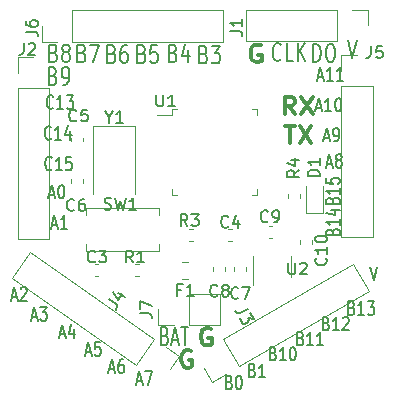
<source format=gbr>
%TF.GenerationSoftware,KiCad,Pcbnew,(5.1.6)-1*%
%TF.CreationDate,2020-11-24T16:57:48+08:00*%
%TF.ProjectId,BCG_mini_c8t6,4243475f-6d69-46e6-995f-633874362e6b,rev?*%
%TF.SameCoordinates,Original*%
%TF.FileFunction,Legend,Top*%
%TF.FilePolarity,Positive*%
%FSLAX46Y46*%
G04 Gerber Fmt 4.6, Leading zero omitted, Abs format (unit mm)*
G04 Created by KiCad (PCBNEW (5.1.6)-1) date 2020-11-24 16:57:48*
%MOMM*%
%LPD*%
G01*
G04 APERTURE LIST*
%ADD10C,0.300000*%
%ADD11C,0.203200*%
%ADD12C,0.150000*%
%ADD13C,0.120000*%
G04 APERTURE END LIST*
D10*
X135927257Y-117766400D02*
X135784400Y-117694971D01*
X135570114Y-117694971D01*
X135355828Y-117766400D01*
X135212971Y-117909257D01*
X135141542Y-118052114D01*
X135070114Y-118337828D01*
X135070114Y-118552114D01*
X135141542Y-118837828D01*
X135212971Y-118980685D01*
X135355828Y-119123542D01*
X135570114Y-119194971D01*
X135712971Y-119194971D01*
X135927257Y-119123542D01*
X135998685Y-119052114D01*
X135998685Y-118552114D01*
X135712971Y-118552114D01*
D11*
X151087666Y-110632421D02*
X151384000Y-111775421D01*
X151680333Y-110632421D01*
D10*
X144733200Y-97757371D02*
X144233200Y-97043085D01*
X143876057Y-97757371D02*
X143876057Y-96257371D01*
X144447485Y-96257371D01*
X144590342Y-96328800D01*
X144661771Y-96400228D01*
X144733200Y-96543085D01*
X144733200Y-96757371D01*
X144661771Y-96900228D01*
X144590342Y-96971657D01*
X144447485Y-97043085D01*
X143876057Y-97043085D01*
X145233200Y-96257371D02*
X146233200Y-97757371D01*
X146233200Y-96257371D02*
X145233200Y-97757371D01*
X143891142Y-98695771D02*
X144748285Y-98695771D01*
X144319714Y-100195771D02*
X144319714Y-98695771D01*
X145105428Y-98695771D02*
X146105428Y-100195771D01*
X146105428Y-98695771D02*
X145105428Y-100195771D01*
D12*
X133729504Y-116478857D02*
X133872361Y-116550285D01*
X133919980Y-116621714D01*
X133967600Y-116764571D01*
X133967600Y-116978857D01*
X133919980Y-117121714D01*
X133872361Y-117193142D01*
X133777123Y-117264571D01*
X133396171Y-117264571D01*
X133396171Y-115764571D01*
X133729504Y-115764571D01*
X133824742Y-115836000D01*
X133872361Y-115907428D01*
X133919980Y-116050285D01*
X133919980Y-116193142D01*
X133872361Y-116336000D01*
X133824742Y-116407428D01*
X133729504Y-116478857D01*
X133396171Y-116478857D01*
X134348552Y-116836000D02*
X134824742Y-116836000D01*
X134253314Y-117264571D02*
X134586647Y-115764571D01*
X134919980Y-117264571D01*
X135110457Y-115764571D02*
X135681885Y-115764571D01*
X135396171Y-117264571D02*
X135396171Y-115764571D01*
D10*
X137603657Y-115886800D02*
X137460800Y-115815371D01*
X137246514Y-115815371D01*
X137032228Y-115886800D01*
X136889371Y-116029657D01*
X136817942Y-116172514D01*
X136746514Y-116458228D01*
X136746514Y-116672514D01*
X136817942Y-116958228D01*
X136889371Y-117101085D01*
X137032228Y-117243942D01*
X137246514Y-117315371D01*
X137389371Y-117315371D01*
X137603657Y-117243942D01*
X137675085Y-117172514D01*
X137675085Y-116672514D01*
X137389371Y-116672514D01*
D11*
X146668066Y-94576900D02*
X147091400Y-94576900D01*
X146583400Y-94903471D02*
X146879733Y-93760471D01*
X147176066Y-94903471D01*
X147938066Y-94903471D02*
X147430066Y-94903471D01*
X147684066Y-94903471D02*
X147684066Y-93760471D01*
X147599400Y-93923757D01*
X147514733Y-94032614D01*
X147430066Y-94087042D01*
X148784733Y-94903471D02*
X148276733Y-94903471D01*
X148530733Y-94903471D02*
X148530733Y-93760471D01*
X148446066Y-93923757D01*
X148361400Y-94032614D01*
X148276733Y-94087042D01*
X146515666Y-97167700D02*
X146939000Y-97167700D01*
X146431000Y-97494271D02*
X146727333Y-96351271D01*
X147023666Y-97494271D01*
X147785666Y-97494271D02*
X147277666Y-97494271D01*
X147531666Y-97494271D02*
X147531666Y-96351271D01*
X147447000Y-96514557D01*
X147362333Y-96623414D01*
X147277666Y-96677842D01*
X148336000Y-96351271D02*
X148420666Y-96351271D01*
X148505333Y-96405700D01*
X148547666Y-96460128D01*
X148590000Y-96568985D01*
X148632333Y-96786700D01*
X148632333Y-97058842D01*
X148590000Y-97276557D01*
X148547666Y-97385414D01*
X148505333Y-97439842D01*
X148420666Y-97494271D01*
X148336000Y-97494271D01*
X148251333Y-97439842D01*
X148209000Y-97385414D01*
X148166666Y-97276557D01*
X148124333Y-97058842D01*
X148124333Y-96786700D01*
X148166666Y-96568985D01*
X148209000Y-96460128D01*
X148251333Y-96405700D01*
X148336000Y-96351271D01*
X147193000Y-99707700D02*
X147616333Y-99707700D01*
X147108333Y-100034271D02*
X147404666Y-98891271D01*
X147701000Y-100034271D01*
X148039666Y-100034271D02*
X148209000Y-100034271D01*
X148293666Y-99979842D01*
X148336000Y-99925414D01*
X148420666Y-99762128D01*
X148463000Y-99544414D01*
X148463000Y-99108985D01*
X148420666Y-99000128D01*
X148378333Y-98945700D01*
X148293666Y-98891271D01*
X148124333Y-98891271D01*
X148039666Y-98945700D01*
X147997333Y-99000128D01*
X147955000Y-99108985D01*
X147955000Y-99381128D01*
X147997333Y-99489985D01*
X148039666Y-99544414D01*
X148124333Y-99598842D01*
X148293666Y-99598842D01*
X148378333Y-99544414D01*
X148420666Y-99489985D01*
X148463000Y-99381128D01*
X147396200Y-101942900D02*
X147819533Y-101942900D01*
X147311533Y-102269471D02*
X147607866Y-101126471D01*
X147904200Y-102269471D01*
X148327533Y-101616328D02*
X148242866Y-101561900D01*
X148200533Y-101507471D01*
X148158200Y-101398614D01*
X148158200Y-101344185D01*
X148200533Y-101235328D01*
X148242866Y-101180900D01*
X148327533Y-101126471D01*
X148496866Y-101126471D01*
X148581533Y-101180900D01*
X148623866Y-101235328D01*
X148666200Y-101344185D01*
X148666200Y-101398614D01*
X148623866Y-101507471D01*
X148581533Y-101561900D01*
X148496866Y-101616328D01*
X148327533Y-101616328D01*
X148242866Y-101670757D01*
X148200533Y-101725185D01*
X148158200Y-101834042D01*
X148158200Y-102051757D01*
X148200533Y-102160614D01*
X148242866Y-102215042D01*
X148327533Y-102269471D01*
X148496866Y-102269471D01*
X148581533Y-102215042D01*
X148623866Y-102160614D01*
X148666200Y-102051757D01*
X148666200Y-101834042D01*
X148623866Y-101725185D01*
X148581533Y-101670757D01*
X148496866Y-101616328D01*
X147905107Y-105024766D02*
X147959535Y-104897766D01*
X148013964Y-104855433D01*
X148122821Y-104813100D01*
X148286107Y-104813100D01*
X148394964Y-104855433D01*
X148449392Y-104897766D01*
X148503821Y-104982433D01*
X148503821Y-105321100D01*
X147360821Y-105321100D01*
X147360821Y-105024766D01*
X147415250Y-104940100D01*
X147469678Y-104897766D01*
X147578535Y-104855433D01*
X147687392Y-104855433D01*
X147796250Y-104897766D01*
X147850678Y-104940100D01*
X147905107Y-105024766D01*
X147905107Y-105321100D01*
X148503821Y-103966433D02*
X148503821Y-104474433D01*
X148503821Y-104220433D02*
X147360821Y-104220433D01*
X147524107Y-104305100D01*
X147632964Y-104389766D01*
X147687392Y-104474433D01*
X147360821Y-103162100D02*
X147360821Y-103585433D01*
X147905107Y-103627766D01*
X147850678Y-103585433D01*
X147796250Y-103500766D01*
X147796250Y-103289100D01*
X147850678Y-103204433D01*
X147905107Y-103162100D01*
X148013964Y-103119766D01*
X148286107Y-103119766D01*
X148394964Y-103162100D01*
X148449392Y-103204433D01*
X148503821Y-103289100D01*
X148503821Y-103500766D01*
X148449392Y-103585433D01*
X148394964Y-103627766D01*
X147905107Y-107666366D02*
X147959535Y-107539366D01*
X148013964Y-107497033D01*
X148122821Y-107454700D01*
X148286107Y-107454700D01*
X148394964Y-107497033D01*
X148449392Y-107539366D01*
X148503821Y-107624033D01*
X148503821Y-107962700D01*
X147360821Y-107962700D01*
X147360821Y-107666366D01*
X147415250Y-107581700D01*
X147469678Y-107539366D01*
X147578535Y-107497033D01*
X147687392Y-107497033D01*
X147796250Y-107539366D01*
X147850678Y-107581700D01*
X147905107Y-107666366D01*
X147905107Y-107962700D01*
X148503821Y-106608033D02*
X148503821Y-107116033D01*
X148503821Y-106862033D02*
X147360821Y-106862033D01*
X147524107Y-106946700D01*
X147632964Y-107031366D01*
X147687392Y-107116033D01*
X147741821Y-105846033D02*
X148503821Y-105846033D01*
X147306392Y-106057700D02*
X148122821Y-106269366D01*
X148122821Y-105719033D01*
X149534033Y-114123107D02*
X149661033Y-114177535D01*
X149703366Y-114231964D01*
X149745700Y-114340821D01*
X149745700Y-114504107D01*
X149703366Y-114612964D01*
X149661033Y-114667392D01*
X149576366Y-114721821D01*
X149237700Y-114721821D01*
X149237700Y-113578821D01*
X149534033Y-113578821D01*
X149618700Y-113633250D01*
X149661033Y-113687678D01*
X149703366Y-113796535D01*
X149703366Y-113905392D01*
X149661033Y-114014250D01*
X149618700Y-114068678D01*
X149534033Y-114123107D01*
X149237700Y-114123107D01*
X150592366Y-114721821D02*
X150084366Y-114721821D01*
X150338366Y-114721821D02*
X150338366Y-113578821D01*
X150253700Y-113742107D01*
X150169033Y-113850964D01*
X150084366Y-113905392D01*
X150888700Y-113578821D02*
X151439033Y-113578821D01*
X151142700Y-114014250D01*
X151269700Y-114014250D01*
X151354366Y-114068678D01*
X151396700Y-114123107D01*
X151439033Y-114231964D01*
X151439033Y-114504107D01*
X151396700Y-114612964D01*
X151354366Y-114667392D01*
X151269700Y-114721821D01*
X151015700Y-114721821D01*
X150931033Y-114667392D01*
X150888700Y-114612964D01*
X147349633Y-115443907D02*
X147476633Y-115498335D01*
X147518966Y-115552764D01*
X147561300Y-115661621D01*
X147561300Y-115824907D01*
X147518966Y-115933764D01*
X147476633Y-115988192D01*
X147391966Y-116042621D01*
X147053300Y-116042621D01*
X147053300Y-114899621D01*
X147349633Y-114899621D01*
X147434300Y-114954050D01*
X147476633Y-115008478D01*
X147518966Y-115117335D01*
X147518966Y-115226192D01*
X147476633Y-115335050D01*
X147434300Y-115389478D01*
X147349633Y-115443907D01*
X147053300Y-115443907D01*
X148407966Y-116042621D02*
X147899966Y-116042621D01*
X148153966Y-116042621D02*
X148153966Y-114899621D01*
X148069300Y-115062907D01*
X147984633Y-115171764D01*
X147899966Y-115226192D01*
X148746633Y-115008478D02*
X148788966Y-114954050D01*
X148873633Y-114899621D01*
X149085300Y-114899621D01*
X149169966Y-114954050D01*
X149212300Y-115008478D01*
X149254633Y-115117335D01*
X149254633Y-115226192D01*
X149212300Y-115389478D01*
X148704300Y-116042621D01*
X149254633Y-116042621D01*
X145216033Y-116713907D02*
X145343033Y-116768335D01*
X145385366Y-116822764D01*
X145427700Y-116931621D01*
X145427700Y-117094907D01*
X145385366Y-117203764D01*
X145343033Y-117258192D01*
X145258366Y-117312621D01*
X144919700Y-117312621D01*
X144919700Y-116169621D01*
X145216033Y-116169621D01*
X145300700Y-116224050D01*
X145343033Y-116278478D01*
X145385366Y-116387335D01*
X145385366Y-116496192D01*
X145343033Y-116605050D01*
X145300700Y-116659478D01*
X145216033Y-116713907D01*
X144919700Y-116713907D01*
X146274366Y-117312621D02*
X145766366Y-117312621D01*
X146020366Y-117312621D02*
X146020366Y-116169621D01*
X145935700Y-116332907D01*
X145851033Y-116441764D01*
X145766366Y-116496192D01*
X147121033Y-117312621D02*
X146613033Y-117312621D01*
X146867033Y-117312621D02*
X146867033Y-116169621D01*
X146782366Y-116332907D01*
X146697700Y-116441764D01*
X146613033Y-116496192D01*
X142879233Y-117983907D02*
X143006233Y-118038335D01*
X143048566Y-118092764D01*
X143090900Y-118201621D01*
X143090900Y-118364907D01*
X143048566Y-118473764D01*
X143006233Y-118528192D01*
X142921566Y-118582621D01*
X142582900Y-118582621D01*
X142582900Y-117439621D01*
X142879233Y-117439621D01*
X142963900Y-117494050D01*
X143006233Y-117548478D01*
X143048566Y-117657335D01*
X143048566Y-117766192D01*
X143006233Y-117875050D01*
X142963900Y-117929478D01*
X142879233Y-117983907D01*
X142582900Y-117983907D01*
X143937566Y-118582621D02*
X143429566Y-118582621D01*
X143683566Y-118582621D02*
X143683566Y-117439621D01*
X143598900Y-117602907D01*
X143514233Y-117711764D01*
X143429566Y-117766192D01*
X144487900Y-117439621D02*
X144572566Y-117439621D01*
X144657233Y-117494050D01*
X144699566Y-117548478D01*
X144741900Y-117657335D01*
X144784233Y-117875050D01*
X144784233Y-118147192D01*
X144741900Y-118364907D01*
X144699566Y-118473764D01*
X144657233Y-118528192D01*
X144572566Y-118582621D01*
X144487900Y-118582621D01*
X144403233Y-118528192D01*
X144360900Y-118473764D01*
X144318566Y-118364907D01*
X144276233Y-118147192D01*
X144276233Y-117875050D01*
X144318566Y-117657335D01*
X144360900Y-117548478D01*
X144403233Y-117494050D01*
X144487900Y-117439621D01*
X141118166Y-119406307D02*
X141245166Y-119460735D01*
X141287500Y-119515164D01*
X141329833Y-119624021D01*
X141329833Y-119787307D01*
X141287500Y-119896164D01*
X141245166Y-119950592D01*
X141160500Y-120005021D01*
X140821833Y-120005021D01*
X140821833Y-118862021D01*
X141118166Y-118862021D01*
X141202833Y-118916450D01*
X141245166Y-118970878D01*
X141287500Y-119079735D01*
X141287500Y-119188592D01*
X141245166Y-119297450D01*
X141202833Y-119351878D01*
X141118166Y-119406307D01*
X140821833Y-119406307D01*
X142176500Y-120005021D02*
X141668500Y-120005021D01*
X141922500Y-120005021D02*
X141922500Y-118862021D01*
X141837833Y-119025307D01*
X141753166Y-119134164D01*
X141668500Y-119188592D01*
X139136966Y-120422307D02*
X139263966Y-120476735D01*
X139306300Y-120531164D01*
X139348633Y-120640021D01*
X139348633Y-120803307D01*
X139306300Y-120912164D01*
X139263966Y-120966592D01*
X139179300Y-121021021D01*
X138840633Y-121021021D01*
X138840633Y-119878021D01*
X139136966Y-119878021D01*
X139221633Y-119932450D01*
X139263966Y-119986878D01*
X139306300Y-120095735D01*
X139306300Y-120204592D01*
X139263966Y-120313450D01*
X139221633Y-120367878D01*
X139136966Y-120422307D01*
X138840633Y-120422307D01*
X139898966Y-119878021D02*
X139983633Y-119878021D01*
X140068300Y-119932450D01*
X140110633Y-119986878D01*
X140152966Y-120095735D01*
X140195300Y-120313450D01*
X140195300Y-120585592D01*
X140152966Y-120803307D01*
X140110633Y-120912164D01*
X140068300Y-120966592D01*
X139983633Y-121021021D01*
X139898966Y-121021021D01*
X139814300Y-120966592D01*
X139771966Y-120912164D01*
X139729633Y-120803307D01*
X139687300Y-120585592D01*
X139687300Y-120313450D01*
X139729633Y-120095735D01*
X139771966Y-119986878D01*
X139814300Y-119932450D01*
X139898966Y-119878021D01*
X131343400Y-120332500D02*
X131766733Y-120332500D01*
X131258733Y-120659071D02*
X131555066Y-119516071D01*
X131851400Y-120659071D01*
X132063066Y-119516071D02*
X132655733Y-119516071D01*
X132274733Y-120659071D01*
X129006600Y-119316500D02*
X129429933Y-119316500D01*
X128921933Y-119643071D02*
X129218266Y-118500071D01*
X129514600Y-119643071D01*
X130191933Y-118500071D02*
X130022600Y-118500071D01*
X129937933Y-118554500D01*
X129895600Y-118608928D01*
X129810933Y-118772214D01*
X129768600Y-118989928D01*
X129768600Y-119425357D01*
X129810933Y-119534214D01*
X129853266Y-119588642D01*
X129937933Y-119643071D01*
X130107266Y-119643071D01*
X130191933Y-119588642D01*
X130234266Y-119534214D01*
X130276600Y-119425357D01*
X130276600Y-119153214D01*
X130234266Y-119044357D01*
X130191933Y-118989928D01*
X130107266Y-118935500D01*
X129937933Y-118935500D01*
X129853266Y-118989928D01*
X129810933Y-119044357D01*
X129768600Y-119153214D01*
X127025400Y-117843300D02*
X127448733Y-117843300D01*
X126940733Y-118169871D02*
X127237066Y-117026871D01*
X127533400Y-118169871D01*
X128253066Y-117026871D02*
X127829733Y-117026871D01*
X127787400Y-117571157D01*
X127829733Y-117516728D01*
X127914400Y-117462300D01*
X128126066Y-117462300D01*
X128210733Y-117516728D01*
X128253066Y-117571157D01*
X128295400Y-117680014D01*
X128295400Y-117952157D01*
X128253066Y-118061014D01*
X128210733Y-118115442D01*
X128126066Y-118169871D01*
X127914400Y-118169871D01*
X127829733Y-118115442D01*
X127787400Y-118061014D01*
X124790200Y-116370100D02*
X125213533Y-116370100D01*
X124705533Y-116696671D02*
X125001866Y-115553671D01*
X125298200Y-116696671D01*
X125975533Y-115934671D02*
X125975533Y-116696671D01*
X125763866Y-115499242D02*
X125552200Y-116315671D01*
X126102533Y-116315671D01*
X122453400Y-114896900D02*
X122876733Y-114896900D01*
X122368733Y-115223471D02*
X122665066Y-114080471D01*
X122961400Y-115223471D01*
X123173066Y-114080471D02*
X123723400Y-114080471D01*
X123427066Y-114515900D01*
X123554066Y-114515900D01*
X123638733Y-114570328D01*
X123681066Y-114624757D01*
X123723400Y-114733614D01*
X123723400Y-115005757D01*
X123681066Y-115114614D01*
X123638733Y-115169042D01*
X123554066Y-115223471D01*
X123300066Y-115223471D01*
X123215400Y-115169042D01*
X123173066Y-115114614D01*
X120726200Y-113220500D02*
X121149533Y-113220500D01*
X120641533Y-113547071D02*
X120937866Y-112404071D01*
X121234200Y-113547071D01*
X121488200Y-112512928D02*
X121530533Y-112458500D01*
X121615200Y-112404071D01*
X121826866Y-112404071D01*
X121911533Y-112458500D01*
X121953866Y-112512928D01*
X121996200Y-112621785D01*
X121996200Y-112730642D01*
X121953866Y-112893928D01*
X121445866Y-113547071D01*
X121996200Y-113547071D01*
X124129800Y-107124500D02*
X124553133Y-107124500D01*
X124045133Y-107451071D02*
X124341466Y-106308071D01*
X124637800Y-107451071D01*
X125399800Y-107451071D02*
X124891800Y-107451071D01*
X125145800Y-107451071D02*
X125145800Y-106308071D01*
X125061133Y-106471357D01*
X124976466Y-106580214D01*
X124891800Y-106634642D01*
X123926600Y-104533700D02*
X124349933Y-104533700D01*
X123841933Y-104860271D02*
X124138266Y-103717271D01*
X124434600Y-104860271D01*
X124900266Y-103717271D02*
X124984933Y-103717271D01*
X125069600Y-103771700D01*
X125111933Y-103826128D01*
X125154266Y-103934985D01*
X125196600Y-104152700D01*
X125196600Y-104424842D01*
X125154266Y-104642557D01*
X125111933Y-104751414D01*
X125069600Y-104805842D01*
X124984933Y-104860271D01*
X124900266Y-104860271D01*
X124815600Y-104805842D01*
X124773266Y-104751414D01*
X124730933Y-104642557D01*
X124688600Y-104424842D01*
X124688600Y-104152700D01*
X124730933Y-103934985D01*
X124773266Y-103826128D01*
X124815600Y-103771700D01*
X124900266Y-103717271D01*
X124142500Y-102363814D02*
X124100166Y-102418242D01*
X123973166Y-102472671D01*
X123888500Y-102472671D01*
X123761500Y-102418242D01*
X123676833Y-102309385D01*
X123634500Y-102200528D01*
X123592166Y-101982814D01*
X123592166Y-101819528D01*
X123634500Y-101601814D01*
X123676833Y-101492957D01*
X123761500Y-101384100D01*
X123888500Y-101329671D01*
X123973166Y-101329671D01*
X124100166Y-101384100D01*
X124142500Y-101438528D01*
X124989166Y-102472671D02*
X124481166Y-102472671D01*
X124735166Y-102472671D02*
X124735166Y-101329671D01*
X124650500Y-101492957D01*
X124565833Y-101601814D01*
X124481166Y-101656242D01*
X125793500Y-101329671D02*
X125370166Y-101329671D01*
X125327833Y-101873957D01*
X125370166Y-101819528D01*
X125454833Y-101765100D01*
X125666500Y-101765100D01*
X125751166Y-101819528D01*
X125793500Y-101873957D01*
X125835833Y-101982814D01*
X125835833Y-102254957D01*
X125793500Y-102363814D01*
X125751166Y-102418242D01*
X125666500Y-102472671D01*
X125454833Y-102472671D01*
X125370166Y-102418242D01*
X125327833Y-102363814D01*
X124091700Y-99773014D02*
X124049366Y-99827442D01*
X123922366Y-99881871D01*
X123837700Y-99881871D01*
X123710700Y-99827442D01*
X123626033Y-99718585D01*
X123583700Y-99609728D01*
X123541366Y-99392014D01*
X123541366Y-99228728D01*
X123583700Y-99011014D01*
X123626033Y-98902157D01*
X123710700Y-98793300D01*
X123837700Y-98738871D01*
X123922366Y-98738871D01*
X124049366Y-98793300D01*
X124091700Y-98847728D01*
X124938366Y-99881871D02*
X124430366Y-99881871D01*
X124684366Y-99881871D02*
X124684366Y-98738871D01*
X124599700Y-98902157D01*
X124515033Y-99011014D01*
X124430366Y-99065442D01*
X125700366Y-99119871D02*
X125700366Y-99881871D01*
X125488700Y-98684442D02*
X125277033Y-99500871D01*
X125827366Y-99500871D01*
X124244100Y-97182214D02*
X124201766Y-97236642D01*
X124074766Y-97291071D01*
X123990100Y-97291071D01*
X123863100Y-97236642D01*
X123778433Y-97127785D01*
X123736100Y-97018928D01*
X123693766Y-96801214D01*
X123693766Y-96637928D01*
X123736100Y-96420214D01*
X123778433Y-96311357D01*
X123863100Y-96202500D01*
X123990100Y-96148071D01*
X124074766Y-96148071D01*
X124201766Y-96202500D01*
X124244100Y-96256928D01*
X125090766Y-97291071D02*
X124582766Y-97291071D01*
X124836766Y-97291071D02*
X124836766Y-96148071D01*
X124752100Y-96311357D01*
X124667433Y-96420214D01*
X124582766Y-96474642D01*
X125387100Y-96148071D02*
X125937433Y-96148071D01*
X125641100Y-96583500D01*
X125768100Y-96583500D01*
X125852766Y-96637928D01*
X125895100Y-96692357D01*
X125937433Y-96801214D01*
X125937433Y-97073357D01*
X125895100Y-97182214D01*
X125852766Y-97236642D01*
X125768100Y-97291071D01*
X125514100Y-97291071D01*
X125429433Y-97236642D01*
X125387100Y-97182214D01*
X124251357Y-94482457D02*
X124414642Y-94553885D01*
X124469071Y-94625314D01*
X124523500Y-94768171D01*
X124523500Y-94982457D01*
X124469071Y-95125314D01*
X124414642Y-95196742D01*
X124305785Y-95268171D01*
X123870357Y-95268171D01*
X123870357Y-93768171D01*
X124251357Y-93768171D01*
X124360214Y-93839600D01*
X124414642Y-93911028D01*
X124469071Y-94053885D01*
X124469071Y-94196742D01*
X124414642Y-94339600D01*
X124360214Y-94411028D01*
X124251357Y-94482457D01*
X123870357Y-94482457D01*
X125067785Y-95268171D02*
X125285500Y-95268171D01*
X125394357Y-95196742D01*
X125448785Y-95125314D01*
X125557642Y-94911028D01*
X125612071Y-94625314D01*
X125612071Y-94053885D01*
X125557642Y-93911028D01*
X125503214Y-93839600D01*
X125394357Y-93768171D01*
X125176642Y-93768171D01*
X125067785Y-93839600D01*
X125013357Y-93911028D01*
X124958928Y-94053885D01*
X124958928Y-94411028D01*
X125013357Y-94553885D01*
X125067785Y-94625314D01*
X125176642Y-94696742D01*
X125394357Y-94696742D01*
X125503214Y-94625314D01*
X125557642Y-94553885D01*
X125612071Y-94411028D01*
X149174200Y-91482171D02*
X149555200Y-92982171D01*
X149936200Y-91482171D01*
D10*
X141820057Y-91909200D02*
X141677200Y-91837771D01*
X141462914Y-91837771D01*
X141248628Y-91909200D01*
X141105771Y-92052057D01*
X141034342Y-92194914D01*
X140962914Y-92480628D01*
X140962914Y-92694914D01*
X141034342Y-92980628D01*
X141105771Y-93123485D01*
X141248628Y-93266342D01*
X141462914Y-93337771D01*
X141605771Y-93337771D01*
X141820057Y-93266342D01*
X141891485Y-93194914D01*
X141891485Y-92694914D01*
X141605771Y-92694914D01*
D11*
X146269528Y-93286971D02*
X146269528Y-91786971D01*
X146541671Y-91786971D01*
X146704957Y-91858400D01*
X146813814Y-92001257D01*
X146868242Y-92144114D01*
X146922671Y-92429828D01*
X146922671Y-92644114D01*
X146868242Y-92929828D01*
X146813814Y-93072685D01*
X146704957Y-93215542D01*
X146541671Y-93286971D01*
X146269528Y-93286971D01*
X147630242Y-91786971D02*
X147847957Y-91786971D01*
X147956814Y-91858400D01*
X148065671Y-92001257D01*
X148120100Y-92286971D01*
X148120100Y-92786971D01*
X148065671Y-93072685D01*
X147956814Y-93215542D01*
X147847957Y-93286971D01*
X147630242Y-93286971D01*
X147521385Y-93215542D01*
X147412528Y-93072685D01*
X147358100Y-92786971D01*
X147358100Y-92286971D01*
X147412528Y-92001257D01*
X147521385Y-91858400D01*
X147630242Y-91786971D01*
X143540842Y-93093314D02*
X143486414Y-93164742D01*
X143323128Y-93236171D01*
X143214271Y-93236171D01*
X143050985Y-93164742D01*
X142942128Y-93021885D01*
X142887700Y-92879028D01*
X142833271Y-92593314D01*
X142833271Y-92379028D01*
X142887700Y-92093314D01*
X142942128Y-91950457D01*
X143050985Y-91807600D01*
X143214271Y-91736171D01*
X143323128Y-91736171D01*
X143486414Y-91807600D01*
X143540842Y-91879028D01*
X144574985Y-93236171D02*
X144030700Y-93236171D01*
X144030700Y-91736171D01*
X144955985Y-93236171D02*
X144955985Y-91736171D01*
X145609128Y-93236171D02*
X145119271Y-92379028D01*
X145609128Y-91736171D02*
X144955985Y-92593314D01*
X137002157Y-92653657D02*
X137165442Y-92725085D01*
X137219871Y-92796514D01*
X137274300Y-92939371D01*
X137274300Y-93153657D01*
X137219871Y-93296514D01*
X137165442Y-93367942D01*
X137056585Y-93439371D01*
X136621157Y-93439371D01*
X136621157Y-91939371D01*
X137002157Y-91939371D01*
X137111014Y-92010800D01*
X137165442Y-92082228D01*
X137219871Y-92225085D01*
X137219871Y-92367942D01*
X137165442Y-92510800D01*
X137111014Y-92582228D01*
X137002157Y-92653657D01*
X136621157Y-92653657D01*
X137655300Y-91939371D02*
X138362871Y-91939371D01*
X137981871Y-92510800D01*
X138145157Y-92510800D01*
X138254014Y-92582228D01*
X138308442Y-92653657D01*
X138362871Y-92796514D01*
X138362871Y-93153657D01*
X138308442Y-93296514D01*
X138254014Y-93367942D01*
X138145157Y-93439371D01*
X137818585Y-93439371D01*
X137709728Y-93367942D01*
X137655300Y-93296514D01*
X134411357Y-92552057D02*
X134574642Y-92623485D01*
X134629071Y-92694914D01*
X134683500Y-92837771D01*
X134683500Y-93052057D01*
X134629071Y-93194914D01*
X134574642Y-93266342D01*
X134465785Y-93337771D01*
X134030357Y-93337771D01*
X134030357Y-91837771D01*
X134411357Y-91837771D01*
X134520214Y-91909200D01*
X134574642Y-91980628D01*
X134629071Y-92123485D01*
X134629071Y-92266342D01*
X134574642Y-92409200D01*
X134520214Y-92480628D01*
X134411357Y-92552057D01*
X134030357Y-92552057D01*
X135663214Y-92337771D02*
X135663214Y-93337771D01*
X135391071Y-91766342D02*
X135118928Y-92837771D01*
X135826500Y-92837771D01*
X131769757Y-92602857D02*
X131933042Y-92674285D01*
X131987471Y-92745714D01*
X132041900Y-92888571D01*
X132041900Y-93102857D01*
X131987471Y-93245714D01*
X131933042Y-93317142D01*
X131824185Y-93388571D01*
X131388757Y-93388571D01*
X131388757Y-91888571D01*
X131769757Y-91888571D01*
X131878614Y-91960000D01*
X131933042Y-92031428D01*
X131987471Y-92174285D01*
X131987471Y-92317142D01*
X131933042Y-92460000D01*
X131878614Y-92531428D01*
X131769757Y-92602857D01*
X131388757Y-92602857D01*
X133076042Y-91888571D02*
X132531757Y-91888571D01*
X132477328Y-92602857D01*
X132531757Y-92531428D01*
X132640614Y-92460000D01*
X132912757Y-92460000D01*
X133021614Y-92531428D01*
X133076042Y-92602857D01*
X133130471Y-92745714D01*
X133130471Y-93102857D01*
X133076042Y-93245714D01*
X133021614Y-93317142D01*
X132912757Y-93388571D01*
X132640614Y-93388571D01*
X132531757Y-93317142D01*
X132477328Y-93245714D01*
X129229757Y-92602857D02*
X129393042Y-92674285D01*
X129447471Y-92745714D01*
X129501900Y-92888571D01*
X129501900Y-93102857D01*
X129447471Y-93245714D01*
X129393042Y-93317142D01*
X129284185Y-93388571D01*
X128848757Y-93388571D01*
X128848757Y-91888571D01*
X129229757Y-91888571D01*
X129338614Y-91960000D01*
X129393042Y-92031428D01*
X129447471Y-92174285D01*
X129447471Y-92317142D01*
X129393042Y-92460000D01*
X129338614Y-92531428D01*
X129229757Y-92602857D01*
X128848757Y-92602857D01*
X130481614Y-91888571D02*
X130263900Y-91888571D01*
X130155042Y-91960000D01*
X130100614Y-92031428D01*
X129991757Y-92245714D01*
X129937328Y-92531428D01*
X129937328Y-93102857D01*
X129991757Y-93245714D01*
X130046185Y-93317142D01*
X130155042Y-93388571D01*
X130372757Y-93388571D01*
X130481614Y-93317142D01*
X130536042Y-93245714D01*
X130590471Y-93102857D01*
X130590471Y-92745714D01*
X130536042Y-92602857D01*
X130481614Y-92531428D01*
X130372757Y-92460000D01*
X130155042Y-92460000D01*
X130046185Y-92531428D01*
X129991757Y-92602857D01*
X129937328Y-92745714D01*
X126689757Y-92552057D02*
X126853042Y-92623485D01*
X126907471Y-92694914D01*
X126961900Y-92837771D01*
X126961900Y-93052057D01*
X126907471Y-93194914D01*
X126853042Y-93266342D01*
X126744185Y-93337771D01*
X126308757Y-93337771D01*
X126308757Y-91837771D01*
X126689757Y-91837771D01*
X126798614Y-91909200D01*
X126853042Y-91980628D01*
X126907471Y-92123485D01*
X126907471Y-92266342D01*
X126853042Y-92409200D01*
X126798614Y-92480628D01*
X126689757Y-92552057D01*
X126308757Y-92552057D01*
X127342900Y-91837771D02*
X128104900Y-91837771D01*
X127615042Y-93337771D01*
X124302157Y-92552057D02*
X124465442Y-92623485D01*
X124519871Y-92694914D01*
X124574300Y-92837771D01*
X124574300Y-93052057D01*
X124519871Y-93194914D01*
X124465442Y-93266342D01*
X124356585Y-93337771D01*
X123921157Y-93337771D01*
X123921157Y-91837771D01*
X124302157Y-91837771D01*
X124411014Y-91909200D01*
X124465442Y-91980628D01*
X124519871Y-92123485D01*
X124519871Y-92266342D01*
X124465442Y-92409200D01*
X124411014Y-92480628D01*
X124302157Y-92552057D01*
X123921157Y-92552057D01*
X125227442Y-92480628D02*
X125118585Y-92409200D01*
X125064157Y-92337771D01*
X125009728Y-92194914D01*
X125009728Y-92123485D01*
X125064157Y-91980628D01*
X125118585Y-91909200D01*
X125227442Y-91837771D01*
X125445157Y-91837771D01*
X125554014Y-91909200D01*
X125608442Y-91980628D01*
X125662871Y-92123485D01*
X125662871Y-92194914D01*
X125608442Y-92337771D01*
X125554014Y-92409200D01*
X125445157Y-92480628D01*
X125227442Y-92480628D01*
X125118585Y-92552057D01*
X125064157Y-92623485D01*
X125009728Y-92766342D01*
X125009728Y-93052057D01*
X125064157Y-93194914D01*
X125118585Y-93266342D01*
X125227442Y-93337771D01*
X125445157Y-93337771D01*
X125554014Y-93266342D01*
X125608442Y-93194914D01*
X125662871Y-93052057D01*
X125662871Y-92766342D01*
X125608442Y-92623485D01*
X125554014Y-92552057D01*
X125445157Y-92480628D01*
D13*
%TO.C,J5*%
X148631600Y-92751600D02*
X149961600Y-92751600D01*
X148631600Y-94081600D02*
X148631600Y-92751600D01*
X148631600Y-95351600D02*
X151291600Y-95351600D01*
X151291600Y-95351600D02*
X151291600Y-108111600D01*
X148631600Y-95351600D02*
X148631600Y-108111600D01*
X148631600Y-108111600D02*
X151291600Y-108111600D01*
%TO.C,C3*%
X128077179Y-110386400D02*
X127751621Y-110386400D01*
X128077179Y-111406400D02*
X127751621Y-111406400D01*
%TO.C,C4*%
X139354779Y-108510800D02*
X139029221Y-108510800D01*
X139354779Y-107490800D02*
X139029221Y-107490800D01*
%TO.C,C5*%
X126748000Y-100035579D02*
X126748000Y-99710021D01*
X125728000Y-100035579D02*
X125728000Y-99710021D01*
%TO.C,C6*%
X126748000Y-103215221D02*
X126748000Y-103540779D01*
X125728000Y-103215221D02*
X125728000Y-103540779D01*
%TO.C,C7*%
X140565600Y-110682821D02*
X140565600Y-111008379D01*
X139545600Y-110682821D02*
X139545600Y-111008379D01*
%TO.C,C8*%
X137818400Y-110682821D02*
X137818400Y-111008379D01*
X138838400Y-110682821D02*
X138838400Y-111008379D01*
%TO.C,C9*%
X142483621Y-108206000D02*
X142809179Y-108206000D01*
X142483621Y-107186000D02*
X142809179Y-107186000D01*
%TO.C,C10*%
X145184400Y-108722379D02*
X145184400Y-108396821D01*
X146204400Y-108722379D02*
X146204400Y-108396821D01*
%TO.C,D1*%
X145619800Y-103848000D02*
X145619800Y-106133000D01*
X145619800Y-106133000D02*
X147089800Y-106133000D01*
X147089800Y-106133000D02*
X147089800Y-103848000D01*
%TO.C,F1*%
X135691378Y-111708000D02*
X135174222Y-111708000D01*
X135691378Y-110288000D02*
X135174222Y-110288000D01*
%TO.C,J1*%
X140605200Y-88890800D02*
X140605200Y-91550800D01*
X148285200Y-88890800D02*
X140605200Y-88890800D01*
X148285200Y-91550800D02*
X140605200Y-91550800D01*
X148285200Y-88890800D02*
X148285200Y-91550800D01*
X149555200Y-88890800D02*
X150885200Y-88890800D01*
X150885200Y-88890800D02*
X150885200Y-90220800D01*
%TO.C,J2*%
X121250400Y-92904000D02*
X122580400Y-92904000D01*
X121250400Y-94234000D02*
X121250400Y-92904000D01*
X121250400Y-95504000D02*
X123910400Y-95504000D01*
X123910400Y-95504000D02*
X123910400Y-108264000D01*
X121250400Y-95504000D02*
X121250400Y-108264000D01*
X121250400Y-108264000D02*
X123910400Y-108264000D01*
%TO.C,J3*%
X150991336Y-112704014D02*
X149661336Y-110400386D01*
X139940852Y-119084014D02*
X150991336Y-112704014D01*
X138610852Y-116780386D02*
X149661336Y-110400386D01*
X139940852Y-119084014D02*
X138610852Y-116780386D01*
X138841000Y-119719014D02*
X137689186Y-120384014D01*
X137689186Y-120384014D02*
X137024186Y-119232200D01*
%TO.C,J4*%
X122315353Y-109430450D02*
X120789640Y-111609395D01*
X132767734Y-116749286D02*
X122315353Y-109430450D01*
X131242020Y-118928230D02*
X120789640Y-111609395D01*
X132767734Y-116749286D02*
X131242020Y-118928230D01*
X133808057Y-117477728D02*
X134897529Y-118240584D01*
X134897529Y-118240584D02*
X134134672Y-119330057D01*
%TO.C,J6*%
X138642400Y-91601600D02*
X138642400Y-88941600D01*
X125882400Y-91601600D02*
X138642400Y-91601600D01*
X125882400Y-88941600D02*
X138642400Y-88941600D01*
X125882400Y-91601600D02*
X125882400Y-88941600D01*
X124612400Y-91601600D02*
X123282400Y-91601600D01*
X123282400Y-91601600D02*
X123282400Y-90271600D01*
%TO.C,J7*%
X138337600Y-115579200D02*
X138337600Y-112919200D01*
X135737600Y-115579200D02*
X138337600Y-115579200D01*
X135737600Y-112919200D02*
X138337600Y-112919200D01*
X135737600Y-115579200D02*
X135737600Y-112919200D01*
X134467600Y-115579200D02*
X133137600Y-115579200D01*
X133137600Y-115579200D02*
X133137600Y-114249200D01*
%TO.C,R1*%
X131155221Y-110386400D02*
X131480779Y-110386400D01*
X131155221Y-111406400D02*
X131480779Y-111406400D01*
%TO.C,R3*%
X136103579Y-107490800D02*
X135778021Y-107490800D01*
X136103579Y-108510800D02*
X135778021Y-108510800D01*
%TO.C,R4*%
X144132201Y-104828578D02*
X144132201Y-104503020D01*
X145152201Y-104828578D02*
X145152201Y-104503020D01*
%TO.C,SW1*%
X133198800Y-105642800D02*
X133198800Y-106292800D01*
X133198800Y-109342800D02*
X133198800Y-108692800D01*
X126998800Y-108692800D02*
X126998800Y-109342800D01*
X126998800Y-105642800D02*
X126998800Y-106292800D01*
X133198800Y-105642800D02*
X126998800Y-105642800D01*
X126998800Y-109342800D02*
X133198800Y-109342800D01*
%TO.C,U1*%
X141082000Y-104549600D02*
X141532000Y-104549600D01*
X141532000Y-104549600D02*
X141532000Y-104099600D01*
X134762000Y-104549600D02*
X134312000Y-104549600D01*
X134312000Y-104549600D02*
X134312000Y-104099600D01*
X141082000Y-97329600D02*
X141532000Y-97329600D01*
X141532000Y-97329600D02*
X141532000Y-97779600D01*
X134762000Y-97329600D02*
X134312000Y-97329600D01*
X134312000Y-97329600D02*
X134312000Y-97779600D01*
X134312000Y-97779600D02*
X133022000Y-97779600D01*
%TO.C,U2*%
X144358000Y-111542400D02*
X144358000Y-109742400D01*
X141138000Y-109742400D02*
X141138000Y-112192400D01*
%TO.C,Y1*%
X131187600Y-104452400D02*
X131187600Y-98702400D01*
X131187600Y-98702400D02*
X127587600Y-98702400D01*
X127587600Y-98702400D02*
X127587600Y-104452400D01*
%TO.C,J5*%
D12*
X151152266Y-91959180D02*
X151152266Y-92673466D01*
X151104647Y-92816323D01*
X151009409Y-92911561D01*
X150866552Y-92959180D01*
X150771314Y-92959180D01*
X152104647Y-91959180D02*
X151628457Y-91959180D01*
X151580838Y-92435371D01*
X151628457Y-92387752D01*
X151723695Y-92340133D01*
X151961790Y-92340133D01*
X152057028Y-92387752D01*
X152104647Y-92435371D01*
X152152266Y-92530609D01*
X152152266Y-92768704D01*
X152104647Y-92863942D01*
X152057028Y-92911561D01*
X151961790Y-92959180D01*
X151723695Y-92959180D01*
X151628457Y-92911561D01*
X151580838Y-92863942D01*
%TO.C,C3*%
X127798533Y-110186742D02*
X127750914Y-110234361D01*
X127608057Y-110281980D01*
X127512819Y-110281980D01*
X127369961Y-110234361D01*
X127274723Y-110139123D01*
X127227104Y-110043885D01*
X127179485Y-109853409D01*
X127179485Y-109710552D01*
X127227104Y-109520076D01*
X127274723Y-109424838D01*
X127369961Y-109329600D01*
X127512819Y-109281980D01*
X127608057Y-109281980D01*
X127750914Y-109329600D01*
X127798533Y-109377219D01*
X128131866Y-109281980D02*
X128750914Y-109281980D01*
X128417580Y-109662933D01*
X128560438Y-109662933D01*
X128655676Y-109710552D01*
X128703295Y-109758171D01*
X128750914Y-109853409D01*
X128750914Y-110091504D01*
X128703295Y-110186742D01*
X128655676Y-110234361D01*
X128560438Y-110281980D01*
X128274723Y-110281980D01*
X128179485Y-110234361D01*
X128131866Y-110186742D01*
%TO.C,C4*%
X139076133Y-107240342D02*
X139028514Y-107287961D01*
X138885657Y-107335580D01*
X138790419Y-107335580D01*
X138647561Y-107287961D01*
X138552323Y-107192723D01*
X138504704Y-107097485D01*
X138457085Y-106907009D01*
X138457085Y-106764152D01*
X138504704Y-106573676D01*
X138552323Y-106478438D01*
X138647561Y-106383200D01*
X138790419Y-106335580D01*
X138885657Y-106335580D01*
X139028514Y-106383200D01*
X139076133Y-106430819D01*
X139933276Y-106668914D02*
X139933276Y-107335580D01*
X139695180Y-106287961D02*
X139457085Y-107002247D01*
X140076133Y-107002247D01*
%TO.C,C5*%
X126223733Y-98248742D02*
X126176114Y-98296361D01*
X126033257Y-98343980D01*
X125938019Y-98343980D01*
X125795161Y-98296361D01*
X125699923Y-98201123D01*
X125652304Y-98105885D01*
X125604685Y-97915409D01*
X125604685Y-97772552D01*
X125652304Y-97582076D01*
X125699923Y-97486838D01*
X125795161Y-97391600D01*
X125938019Y-97343980D01*
X126033257Y-97343980D01*
X126176114Y-97391600D01*
X126223733Y-97439219D01*
X127128495Y-97343980D02*
X126652304Y-97343980D01*
X126604685Y-97820171D01*
X126652304Y-97772552D01*
X126747542Y-97724933D01*
X126985638Y-97724933D01*
X127080876Y-97772552D01*
X127128495Y-97820171D01*
X127176114Y-97915409D01*
X127176114Y-98153504D01*
X127128495Y-98248742D01*
X127080876Y-98296361D01*
X126985638Y-98343980D01*
X126747542Y-98343980D01*
X126652304Y-98296361D01*
X126604685Y-98248742D01*
%TO.C,C6*%
X126020533Y-105817942D02*
X125972914Y-105865561D01*
X125830057Y-105913180D01*
X125734819Y-105913180D01*
X125591961Y-105865561D01*
X125496723Y-105770323D01*
X125449104Y-105675085D01*
X125401485Y-105484609D01*
X125401485Y-105341752D01*
X125449104Y-105151276D01*
X125496723Y-105056038D01*
X125591961Y-104960800D01*
X125734819Y-104913180D01*
X125830057Y-104913180D01*
X125972914Y-104960800D01*
X126020533Y-105008419D01*
X126877676Y-104913180D02*
X126687200Y-104913180D01*
X126591961Y-104960800D01*
X126544342Y-105008419D01*
X126449104Y-105151276D01*
X126401485Y-105341752D01*
X126401485Y-105722704D01*
X126449104Y-105817942D01*
X126496723Y-105865561D01*
X126591961Y-105913180D01*
X126782438Y-105913180D01*
X126877676Y-105865561D01*
X126925295Y-105817942D01*
X126972914Y-105722704D01*
X126972914Y-105484609D01*
X126925295Y-105389371D01*
X126877676Y-105341752D01*
X126782438Y-105294133D01*
X126591961Y-105294133D01*
X126496723Y-105341752D01*
X126449104Y-105389371D01*
X126401485Y-105484609D01*
%TO.C,C7*%
X139939733Y-113285542D02*
X139892114Y-113333161D01*
X139749257Y-113380780D01*
X139654019Y-113380780D01*
X139511161Y-113333161D01*
X139415923Y-113237923D01*
X139368304Y-113142685D01*
X139320685Y-112952209D01*
X139320685Y-112809352D01*
X139368304Y-112618876D01*
X139415923Y-112523638D01*
X139511161Y-112428400D01*
X139654019Y-112380780D01*
X139749257Y-112380780D01*
X139892114Y-112428400D01*
X139939733Y-112476019D01*
X140273066Y-112380780D02*
X140939733Y-112380780D01*
X140511161Y-113380780D01*
%TO.C,C8*%
X138161733Y-113082342D02*
X138114114Y-113129961D01*
X137971257Y-113177580D01*
X137876019Y-113177580D01*
X137733161Y-113129961D01*
X137637923Y-113034723D01*
X137590304Y-112939485D01*
X137542685Y-112749009D01*
X137542685Y-112606152D01*
X137590304Y-112415676D01*
X137637923Y-112320438D01*
X137733161Y-112225200D01*
X137876019Y-112177580D01*
X137971257Y-112177580D01*
X138114114Y-112225200D01*
X138161733Y-112272819D01*
X138733161Y-112606152D02*
X138637923Y-112558533D01*
X138590304Y-112510914D01*
X138542685Y-112415676D01*
X138542685Y-112368057D01*
X138590304Y-112272819D01*
X138637923Y-112225200D01*
X138733161Y-112177580D01*
X138923638Y-112177580D01*
X139018876Y-112225200D01*
X139066495Y-112272819D01*
X139114114Y-112368057D01*
X139114114Y-112415676D01*
X139066495Y-112510914D01*
X139018876Y-112558533D01*
X138923638Y-112606152D01*
X138733161Y-112606152D01*
X138637923Y-112653771D01*
X138590304Y-112701390D01*
X138542685Y-112796628D01*
X138542685Y-112987104D01*
X138590304Y-113082342D01*
X138637923Y-113129961D01*
X138733161Y-113177580D01*
X138923638Y-113177580D01*
X139018876Y-113129961D01*
X139066495Y-113082342D01*
X139114114Y-112987104D01*
X139114114Y-112796628D01*
X139066495Y-112701390D01*
X139018876Y-112653771D01*
X138923638Y-112606152D01*
%TO.C,C9*%
X142428933Y-106783142D02*
X142381314Y-106830761D01*
X142238457Y-106878380D01*
X142143219Y-106878380D01*
X142000361Y-106830761D01*
X141905123Y-106735523D01*
X141857504Y-106640285D01*
X141809885Y-106449809D01*
X141809885Y-106306952D01*
X141857504Y-106116476D01*
X141905123Y-106021238D01*
X142000361Y-105926000D01*
X142143219Y-105878380D01*
X142238457Y-105878380D01*
X142381314Y-105926000D01*
X142428933Y-105973619D01*
X142905123Y-106878380D02*
X143095600Y-106878380D01*
X143190838Y-106830761D01*
X143238457Y-106783142D01*
X143333695Y-106640285D01*
X143381314Y-106449809D01*
X143381314Y-106068857D01*
X143333695Y-105973619D01*
X143286076Y-105926000D01*
X143190838Y-105878380D01*
X143000361Y-105878380D01*
X142905123Y-105926000D01*
X142857504Y-105973619D01*
X142809885Y-106068857D01*
X142809885Y-106306952D01*
X142857504Y-106402190D01*
X142905123Y-106449809D01*
X143000361Y-106497428D01*
X143190838Y-106497428D01*
X143286076Y-106449809D01*
X143333695Y-106402190D01*
X143381314Y-106306952D01*
%TO.C,C10*%
X147321542Y-109913657D02*
X147369161Y-109961276D01*
X147416780Y-110104133D01*
X147416780Y-110199371D01*
X147369161Y-110342228D01*
X147273923Y-110437466D01*
X147178685Y-110485085D01*
X146988209Y-110532704D01*
X146845352Y-110532704D01*
X146654876Y-110485085D01*
X146559638Y-110437466D01*
X146464400Y-110342228D01*
X146416780Y-110199371D01*
X146416780Y-110104133D01*
X146464400Y-109961276D01*
X146512019Y-109913657D01*
X147416780Y-108961276D02*
X147416780Y-109532704D01*
X147416780Y-109246990D02*
X146416780Y-109246990D01*
X146559638Y-109342228D01*
X146654876Y-109437466D01*
X146702495Y-109532704D01*
X146416780Y-108342228D02*
X146416780Y-108246990D01*
X146464400Y-108151752D01*
X146512019Y-108104133D01*
X146607257Y-108056514D01*
X146797733Y-108008895D01*
X147035828Y-108008895D01*
X147226304Y-108056514D01*
X147321542Y-108104133D01*
X147369161Y-108151752D01*
X147416780Y-108246990D01*
X147416780Y-108342228D01*
X147369161Y-108437466D01*
X147321542Y-108485085D01*
X147226304Y-108532704D01*
X147035828Y-108580323D01*
X146797733Y-108580323D01*
X146607257Y-108532704D01*
X146512019Y-108485085D01*
X146464400Y-108437466D01*
X146416780Y-108342228D01*
%TO.C,D1*%
X146807180Y-102998495D02*
X145807180Y-102998495D01*
X145807180Y-102760400D01*
X145854800Y-102617542D01*
X145950038Y-102522304D01*
X146045276Y-102474685D01*
X146235752Y-102427066D01*
X146378609Y-102427066D01*
X146569085Y-102474685D01*
X146664323Y-102522304D01*
X146759561Y-102617542D01*
X146807180Y-102760400D01*
X146807180Y-102998495D01*
X146807180Y-101474685D02*
X146807180Y-102046114D01*
X146807180Y-101760400D02*
X145807180Y-101760400D01*
X145950038Y-101855638D01*
X146045276Y-101950876D01*
X146092895Y-102046114D01*
%TO.C,F1*%
X135099466Y-112576571D02*
X134766133Y-112576571D01*
X134766133Y-113100380D02*
X134766133Y-112100380D01*
X135242323Y-112100380D01*
X136147085Y-113100380D02*
X135575657Y-113100380D01*
X135861371Y-113100380D02*
X135861371Y-112100380D01*
X135766133Y-112243238D01*
X135670895Y-112338476D01*
X135575657Y-112386095D01*
%TO.C,J1*%
X139253980Y-90706533D02*
X139968266Y-90706533D01*
X140111123Y-90754152D01*
X140206361Y-90849390D01*
X140253980Y-90992247D01*
X140253980Y-91087485D01*
X140253980Y-89706533D02*
X140253980Y-90277961D01*
X140253980Y-89992247D02*
X139253980Y-89992247D01*
X139396838Y-90087485D01*
X139492076Y-90182723D01*
X139539695Y-90277961D01*
%TO.C,J2*%
X121739066Y-91705180D02*
X121739066Y-92419466D01*
X121691447Y-92562323D01*
X121596209Y-92657561D01*
X121453352Y-92705180D01*
X121358114Y-92705180D01*
X122167638Y-91800419D02*
X122215257Y-91752800D01*
X122310495Y-91705180D01*
X122548590Y-91705180D01*
X122643828Y-91752800D01*
X122691447Y-91800419D01*
X122739066Y-91895657D01*
X122739066Y-91990895D01*
X122691447Y-92133752D01*
X122120019Y-92705180D01*
X122739066Y-92705180D01*
%TO.C,J3*%
X140718785Y-114194715D02*
X140100195Y-114551858D01*
X139952668Y-114582047D01*
X139822570Y-114547187D01*
X139709902Y-114447279D01*
X139662283Y-114364800D01*
X140909261Y-114524629D02*
X141218785Y-115060740D01*
X140722204Y-114962541D01*
X140793632Y-115086259D01*
X140800012Y-115192547D01*
X140782582Y-115257596D01*
X140723913Y-115346455D01*
X140517717Y-115465502D01*
X140411429Y-115471882D01*
X140346380Y-115454452D01*
X140257521Y-115395783D01*
X140114664Y-115148347D01*
X140108284Y-115042059D01*
X140125714Y-114977010D01*
%TO.C,J4*%
X128951024Y-113395349D02*
X129536133Y-113805046D01*
X129625841Y-113925993D01*
X129649229Y-114058634D01*
X129606297Y-114202969D01*
X129551671Y-114280983D01*
X129743025Y-112845403D02*
X130289126Y-113227788D01*
X129294401Y-112821934D02*
X129742944Y-113426668D01*
X130098015Y-112919574D01*
%TO.C,J6*%
X121931180Y-90757333D02*
X122645466Y-90757333D01*
X122788323Y-90804952D01*
X122883561Y-90900190D01*
X122931180Y-91043047D01*
X122931180Y-91138285D01*
X121931180Y-89852571D02*
X121931180Y-90043047D01*
X121978800Y-90138285D01*
X122026419Y-90185904D01*
X122169276Y-90281142D01*
X122359752Y-90328761D01*
X122740704Y-90328761D01*
X122835942Y-90281142D01*
X122883561Y-90233523D01*
X122931180Y-90138285D01*
X122931180Y-89947809D01*
X122883561Y-89852571D01*
X122835942Y-89804952D01*
X122740704Y-89757333D01*
X122502609Y-89757333D01*
X122407371Y-89804952D01*
X122359752Y-89852571D01*
X122312133Y-89947809D01*
X122312133Y-90138285D01*
X122359752Y-90233523D01*
X122407371Y-90281142D01*
X122502609Y-90328761D01*
%TO.C,J7*%
X131589980Y-114582533D02*
X132304266Y-114582533D01*
X132447123Y-114630152D01*
X132542361Y-114725390D01*
X132589980Y-114868247D01*
X132589980Y-114963485D01*
X131589980Y-114201580D02*
X131589980Y-113534914D01*
X132589980Y-113963485D01*
%TO.C,R1*%
X130998933Y-110281980D02*
X130665600Y-109805790D01*
X130427504Y-110281980D02*
X130427504Y-109281980D01*
X130808457Y-109281980D01*
X130903695Y-109329600D01*
X130951314Y-109377219D01*
X130998933Y-109472457D01*
X130998933Y-109615314D01*
X130951314Y-109710552D01*
X130903695Y-109758171D01*
X130808457Y-109805790D01*
X130427504Y-109805790D01*
X131951314Y-110281980D02*
X131379885Y-110281980D01*
X131665600Y-110281980D02*
X131665600Y-109281980D01*
X131570361Y-109424838D01*
X131475123Y-109520076D01*
X131379885Y-109567695D01*
%TO.C,R3*%
X135621733Y-107183180D02*
X135288400Y-106706990D01*
X135050304Y-107183180D02*
X135050304Y-106183180D01*
X135431257Y-106183180D01*
X135526495Y-106230800D01*
X135574114Y-106278419D01*
X135621733Y-106373657D01*
X135621733Y-106516514D01*
X135574114Y-106611752D01*
X135526495Y-106659371D01*
X135431257Y-106706990D01*
X135050304Y-106706990D01*
X135955066Y-106183180D02*
X136574114Y-106183180D01*
X136240780Y-106564133D01*
X136383638Y-106564133D01*
X136478876Y-106611752D01*
X136526495Y-106659371D01*
X136574114Y-106754609D01*
X136574114Y-106992704D01*
X136526495Y-107087942D01*
X136478876Y-107135561D01*
X136383638Y-107183180D01*
X136097923Y-107183180D01*
X136002685Y-107135561D01*
X135955066Y-107087942D01*
%TO.C,R4*%
X145079980Y-102477866D02*
X144603790Y-102811200D01*
X145079980Y-103049295D02*
X144079980Y-103049295D01*
X144079980Y-102668342D01*
X144127600Y-102573104D01*
X144175219Y-102525485D01*
X144270457Y-102477866D01*
X144413314Y-102477866D01*
X144508552Y-102525485D01*
X144556171Y-102573104D01*
X144603790Y-102668342D01*
X144603790Y-103049295D01*
X144413314Y-101620723D02*
X145079980Y-101620723D01*
X144032361Y-101858819D02*
X144746647Y-102096914D01*
X144746647Y-101477866D01*
%TO.C,SW1*%
X128613066Y-105763961D02*
X128755923Y-105811580D01*
X128994019Y-105811580D01*
X129089257Y-105763961D01*
X129136876Y-105716342D01*
X129184495Y-105621104D01*
X129184495Y-105525866D01*
X129136876Y-105430628D01*
X129089257Y-105383009D01*
X128994019Y-105335390D01*
X128803542Y-105287771D01*
X128708304Y-105240152D01*
X128660685Y-105192533D01*
X128613066Y-105097295D01*
X128613066Y-105002057D01*
X128660685Y-104906819D01*
X128708304Y-104859200D01*
X128803542Y-104811580D01*
X129041638Y-104811580D01*
X129184495Y-104859200D01*
X129517828Y-104811580D02*
X129755923Y-105811580D01*
X129946400Y-105097295D01*
X130136876Y-105811580D01*
X130374971Y-104811580D01*
X131279733Y-105811580D02*
X130708304Y-105811580D01*
X130994019Y-105811580D02*
X130994019Y-104811580D01*
X130898780Y-104954438D01*
X130803542Y-105049676D01*
X130708304Y-105097295D01*
%TO.C,U1*%
X132994495Y-96073980D02*
X132994495Y-96883504D01*
X133042114Y-96978742D01*
X133089733Y-97026361D01*
X133184971Y-97073980D01*
X133375447Y-97073980D01*
X133470685Y-97026361D01*
X133518304Y-96978742D01*
X133565923Y-96883504D01*
X133565923Y-96073980D01*
X134565923Y-97073980D02*
X133994495Y-97073980D01*
X134280209Y-97073980D02*
X134280209Y-96073980D01*
X134184971Y-96216838D01*
X134089733Y-96312076D01*
X133994495Y-96359695D01*
%TO.C,U2*%
X144170495Y-110297980D02*
X144170495Y-111107504D01*
X144218114Y-111202742D01*
X144265733Y-111250361D01*
X144360971Y-111297980D01*
X144551447Y-111297980D01*
X144646685Y-111250361D01*
X144694304Y-111202742D01*
X144741923Y-111107504D01*
X144741923Y-110297980D01*
X145170495Y-110393219D02*
X145218114Y-110345600D01*
X145313352Y-110297980D01*
X145551447Y-110297980D01*
X145646685Y-110345600D01*
X145694304Y-110393219D01*
X145741923Y-110488457D01*
X145741923Y-110583695D01*
X145694304Y-110726552D01*
X145122876Y-111297980D01*
X145741923Y-111297980D01*
%TO.C,Y1*%
X128962209Y-97969390D02*
X128962209Y-98445580D01*
X128628876Y-97445580D02*
X128962209Y-97969390D01*
X129295542Y-97445580D01*
X130152685Y-98445580D02*
X129581257Y-98445580D01*
X129866971Y-98445580D02*
X129866971Y-97445580D01*
X129771733Y-97588438D01*
X129676495Y-97683676D01*
X129581257Y-97731295D01*
%TD*%
M02*

</source>
